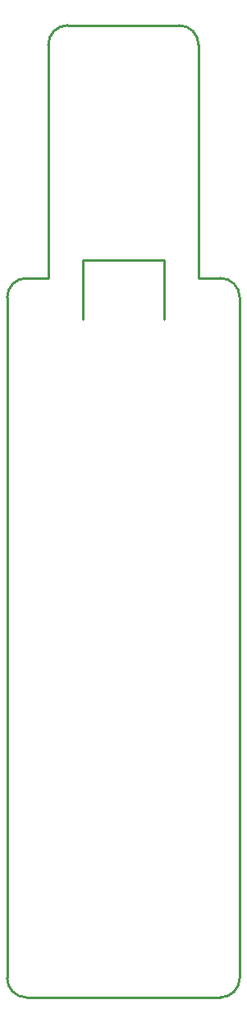
<source format=gko>
G04 Layer: BoardOutlineLayer*
G04 EasyEDA v6.5.40, 2024-08-19 02:38:51*
G04 a67cddfb3fce44daa9051d46cbbcc19f,10*
G04 Gerber Generator version 0.2*
G04 Scale: 100 percent, Rotated: No, Reflected: No *
G04 Dimensions in millimeters *
G04 leading zeros omitted , absolute positions ,4 integer and 5 decimal *
%FSLAX45Y45*%
%MOMM*%

%ADD10C,0.2540*%
D10*
X2399995Y7199985D02*
G01*
X2400045Y199897D01*
X424942Y9800081D02*
G01*
X424942Y7400036D01*
X199897Y7400036D01*
X625000Y9999979D02*
G01*
X1774997Y9999979D01*
X1974997Y9799980D02*
G01*
X1974997Y7399985D01*
X2199893Y7400036D01*
X0Y198120D02*
G01*
X0Y7199985D01*
X2199995Y0D02*
G01*
X199999Y0D01*
G75*
G01*
X2399995Y200000D02*
G02*
X2199996Y0I-199999J0D01*
G75*
G01*
X200000Y0D02*
G02*
X0Y200000I0J200000D01*
G75*
G01*
X0Y7199988D02*
G02*
X200000Y7399988I200000J0D01*
G75*
G01*
X2199996Y7399985D02*
G02*
X2399995Y7199986I0J-199999D01*
G75*
G01*
X1774998Y9999980D02*
G02*
X1974997Y9799980I0J-200000D01*
G75*
G01*
X425000Y9799980D02*
G02*
X625000Y9999980I200000J0D01*
X1619999Y7587254D02*
G01*
X1619999Y6977286D01*
X780000Y7587254D02*
G01*
X780000Y6977286D01*
X780000Y7587254D02*
G01*
X1619999Y7587254D01*

%LPD*%
M02*

</source>
